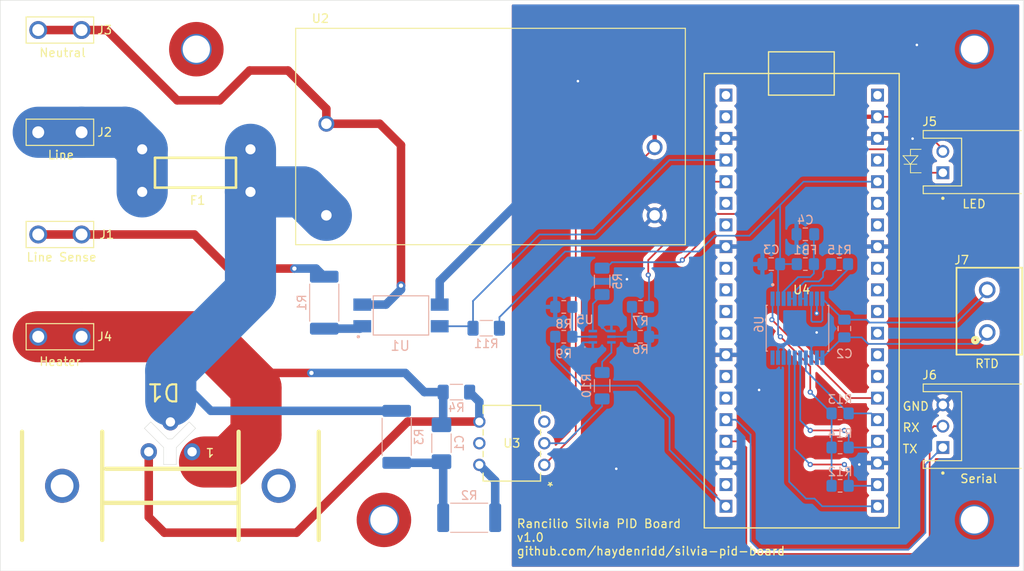
<source format=kicad_pcb>
(kicad_pcb (version 20240108) (generator "pcbnew") (generator_version "8.0")
  (layers (0 "F.Cu" signal) (31 "B.Cu" signal) (34 "B.Paste" user) (35 "F.Paste" user) (36 "B.SilkS" user "B.Silkscreen") (37 "F.SilkS" user "F.Silkscreen") (38 "B.Mask" user) (39 "F.Mask" user) (44 "Edge.Cuts" user))
  (net 0 "")
  (net 1 "Net-(C1-Pad1)")
  (net 2 "NEUTRAL")
  (net 3 "LINE")
  (net 4 "GND")
  (net 5 "+5V")
  (net 6 "LINE_ZEROCROSS_SENSE")
  (net 7 "+3.3V")
  (net 8 "Net-(FB1-P$1)")
  (net 9 "HEATER_CTRL")
  (net 10 "HEATER_CTRL_OUT")
  (net 11 "LED_CTRL")
  (net 12 "SCLK")
  (net 13 "CS")
  (net 14 "SDI")
  (net 21 "Net-(R6-Pad2)")
  (net 26 "DBG_TX")
  (net 27 "SDO")
  (net 28 "DBG_RX")
  (net 31 "DRDY")
  (net 41 "Net-(J1-Pad1)")
  (net 42 "Net-(R1-Pad2)")
  (net 43 "Net-(R2-Pad1)")
  (net 46 "Net-(D1-A1)")
  (net 47 "Net-(U6-FORCE-)")
  (net 48 "Net-(U6-FORCE+)")
  (net 49 "Net-(D1-G)")
  (net 50 "Net-(R5-Pad1)")
  (net 51 "Net-(R8-Pad1)")
  (net 52 "Net-(R10-Pad1)")
  (net 53 "Net-(U6-BIAS)")
  (net 54 "Net-(U6-ISENSOR)")
  (net 56 "Net-(J5-Pad1)")
  (net 57 "Net-(F1-Pad1)")
  (footprint "footprints:CONN_63824-1" (layer "F.Cu") (at 7 3.5)
    (property "Reference" "J3")
    (property "Value" "NEUTRAL_IN")
  )
  (footprint "footprints:CONN_63824-1" (layer "F.Cu") (at 7 27.5)
    (property "Reference" "J1")
    (property "Value" "LINE_SENSE_IN")
  )
  (footprint "MountingHole:MountingHole_3.2mm_M3_Pad_TopOnly" (layer "F.Cu") (at 45 61)
    (property "Reference" "H4" (hide yes))
    (property "Value" "MountingHole")
  )
  (footprint "MountingHole:MountingHole_3.2mm_M3_Pad_TopOnly" (layer "F.Cu") (at 23 5.75)
    (property "Reference" "H3" (hide yes))
    (property "Value" "MountingHole")
  )
  (footprint "footprints:691137710002" (layer "F.Cu") (at 115.75 36.5 90)
    (property "Reference" "J7")
    (property "Value" "691137710002" (hide yes))
  )
  (footprint "MountingHole:MountingHole_3.2mm_M3_Pad_TopOnly" (layer "F.Cu") (at 114.25 5.75)
    (property "Reference" "H1" (hide yes))
    (property "Value" "MountingHole")
  )
  (footprint "footprints:RASPBERRY_PI_PICO" (layer "F.Cu") (at 94 34)
    (property "Reference" "U4")
    (property "Value" "RASPBERRY_PI_PICO")
  )
  (footprint "footprints:CONV_IRM-05-5" (layer "F.Cu") (at 57.5 16)
    (property "Reference" "U2")
    (property "Value" "IRM-05-5")
  )
  (footprint "footprints:JST_S2B-XH-A" (layer "F.Cu") (at 116.25 19 90)
    (property "Reference" "J5")
    (property "Value" "S2B-XH-A")
  )
  (footprint "footprints:JST_S3B-XH-A" (layer "F.Cu") (at 116.25 50 90)
    (property "Reference" "J6")
    (property "Value" "S3B-XH-A")
  )
  (footprint "footprints:CONN_63824-1" (layer "F.Cu") (at 7 39.5)
    (property "Reference" "J4")
    (property "Value" "HEATER_OUT")
  )
  (footprint "to220_with_heatsink:to220_with_heatsink" (layer "F.Cu") (at 32.66 57 180)
    (property "Reference" "D1")
    (property "Value" "BTA416X-800BTQ")
    (fp_line (start 15.75 6.75) (end 15 7.5) (stroke (width 0.05)) (layer "Edge.Cuts"))
    (fp_line (start 15 7.5) (end 13 5.5) (stroke (width 0.05)) (layer "Edge.Cuts"))
    (fp_line (start 13.5 4.5) (end 15.75 6.75) (stroke (width 0.05)) (layer "Edge.Cuts"))
    (fp_line (start 13.5 2.5) (end 13.5 4.5) (stroke (width 0.05)) (layer "Edge.Cuts"))
    (fp_line (start 13 5.5) (end 12.5 5.5) (stroke (width 0.05)) (layer "Edge.Cuts"))
    (fp_line (start 12.5 5.5) (end 10.5 7.5) (stroke (width 0.05)) (layer "Edge.Cuts"))
    (fp_line (start 12 2.5) (end 13.5 2.5) (stroke (width 0.05)) (layer "Edge.Cuts"))
    (fp_line (start 12 2.5) (end 12 4.5) (stroke (width 0.05)) (layer "Edge.Cuts"))
    (fp_line (start 10.5 7.5) (end 9.75 6.75) (stroke (width 0.05)) (layer "Edge.Cuts"))
    (fp_line (start 9.75 6.75) (end 12 4.5) (stroke (width 0.05)) (layer "Edge.Cuts"))
  )
  (footprint "footprints:fuse_holder" (layer "F.Cu") (at 16.65 17.5)
    (property "Reference" "F1")
    (property "Value" "~")
  )
  (footprint "MountingHole:MountingHole_3.2mm_M3_Pad_TopOnly" (layer "F.Cu") (at 114.25 61)
    (property "Reference" "H2" (hide yes))
    (property "Value" "MountingHole")
  )
  (footprint "footprints:PDIP6_8P89X6P6_ONS" (layer "F.Cu") (at 63.81 54.54 180)
    (property "Reference" "U3")
    (property "Value" "MOC3062M")
  )
  (footprint "footprints:CONN_63824-1" (layer "F.Cu") (at 7 15.5)
    (property "Reference" "J2")
    (property "Value" "LINE_IN")
  )
  (footprint "Resistor_SMD:R_1206_3216Metric_Pad1.30x1.75mm_HandSolder" (layer "B.Cu") (at 53.5 46)
    (property "Reference" "R4")
    (property "Value" "390R 1/4W")
  )
  (footprint "Resistor_SMD:R_2512_6332Metric_Pad1.40x3.35mm_HandSolder" (layer "B.Cu") (at 55 60.75 180)
    (property "Reference" "R2")
    (property "Value" "150R 1W")
  )
  (footprint "Resistor_SMD:R_2512_6332Metric_Pad1.40x3.35mm_HandSolder" (layer "B.Cu") (at 38 35.5 -90)
    (property "Reference" "R1")
    (property "Value" "82KR 1W")
  )
  (footprint "Resistor_SMD:R_0805_2012Metric_Pad1.20x1.40mm_HandSolder" (layer "B.Cu") (at 66.09 39.5 180)
    (property "Reference" "R9")
    (property "Value" "10KR")
  )
  (footprint "Capacitor_SMD:C_0805_2012Metric_Pad1.18x1.45mm_HandSolder" (layer "B.Cu") (at 90.425 30.975 180)
    (property "Reference" "C3")
    (property "Value" "0.1uF")
  )
  (footprint "Resistor_SMD:R_1206_3216Metric_Pad1.30x1.75mm_HandSolder" (layer "B.Cu") (at 57 38.5)
    (property "Reference" "R11")
    (property "Value" "6.2KR 1/4W")
  )
  (footprint "Resistor_SMD:R_0805_2012Metric_Pad1.20x1.40mm_HandSolder" (layer "B.Cu") (at 98.5 52.5 180)
    (property "Reference" "R14")
    (property "Value" "10KR")
  )
  (footprint "Resistor_SMD:R_1206_3216Metric_Pad1.30x1.75mm_HandSolder" (layer "B.Cu") (at 70.59 45.25 -90)
    (property "Reference" "R10")
    (property "Value" "270R 1/4W")
  )
  (footprint "Resistor_SMD:R_0805_2012Metric_Pad1.20x1.40mm_HandSolder" (layer "B.Cu") (at 75.09 39.5 180)
    (property "Reference" "R6")
    (property "Value" "100KR")
  )
  (footprint "Resistor_SMD:R_0805_2012Metric_Pad1.20x1.40mm_HandSolder" (layer "B.Cu") (at 98.5 48.5 180)
    (property "Reference" "R13")
    (property "Value" "10KR")
  )
  (footprint "footprints:SOP65P777X199-20N" (layer "B.Cu") (at 93.5 38.5 -90)
    (property "Reference" "U6")
    (property "Value" "MAX31865AAP_")
  )
  (footprint "Capacitor_SMD:C_0805_2012Metric_Pad1.18x1.45mm_HandSolder" (layer "B.Cu") (at 99 38.5375 -90)
    (property "Reference" "C2")
    (property "Value" "0.1uF")
  )
  (footprint "Resistor_SMD:R_0805_2012Metric_Pad1.20x1.40mm_HandSolder" (layer "B.Cu") (at 98.5 57 180)
    (property "Reference" "R12")
    (property "Value" "10KR")
  )
  (footprint "Resistor_SMD:R_0805_2012Metric_Pad1.20x1.40mm_HandSolder" (layer "B.Cu") (at 75.09 36)
    (property "Reference" "R7")
    (property "Value" "10KR")
  )
  (footprint "Resistor_SMD:R_2512_6332Metric_Pad1.40x3.35mm_HandSolder" (layer "B.Cu") (at 46.5 51.25 90)
    (property "Reference" "R3")
    (property "Value" "51R 1W")
  )
  (footprint "Resistor_SMD:R_0805_2012Metric_Pad1.20x1.40mm_HandSolder" (layer "B.Cu") (at 94.425 30.975 180)
    (property "Reference" "FB1")
    (property "Value" "FERRITE-0805NO")
  )
  (footprint "footprints:SOT236" (layer "B.Cu") (at 70.59 39.5 90)
    (property "Reference" "U5")
    (property "Value" "MBT3904DW1T1G")
  )
  (footprint "Resistor_SMD:R_0805_2012Metric_Pad1.20x1.40mm_HandSolder" (layer "B.Cu") (at 98.425 30.975 180)
    (property "Reference" "R15")
    (property "Value" "430Ω  0.1%")
  )
  (footprint "Capacitor_SMD:C_0805_2012Metric_Pad1.18x1.45mm_HandSolder" (layer "B.Cu") (at 94.425 27.475 180)
    (property "Reference" "C4")
    (property "Value" "0.1uF")
  )
  (footprint "footprints:SOIC254P1016X385-4N" (layer "B.Cu") (at 47 37)
    (property "Reference" "U1")
    (property "Value" "FOD814S")
  )
  (footprint "Resistor_SMD:R_1206_3216Metric_Pad1.30x1.75mm_HandSolder" (layer "B.Cu") (at 70.59 33 90)
    (property "Reference" "R5")
    (property "Value" "270R 1/4W")
  )
  (footprint "Capacitor_SMD:C_1808_4520Metric_Pad1.72x2.30mm_HandSolder" (layer "B.Cu") (at 51.75 52 90)
    (property "Reference" "C1")
    (property "Value" "22nF 250VAC")
  )
  (footprint "Resistor_SMD:R_0805_2012Metric_Pad1.20x1.40mm_HandSolder" (layer "B.Cu") (at 66.09 36 180)
    (property "Reference" "R8")
    (property "Value" "100KR")
  )
  (gr_line (start 106.75 17.5) (end 108 17.5) (stroke (width 0.1)) (layer "F.SilkS"))
  (gr_line (start 105.875 18.25) (end 106.75 19.25) (stroke (width 0.1)) (layer "F.SilkS"))
  (gr_line (start 106.75 18.25) (end 106.75 17.5) (stroke (width 0.1)) (layer "F.SilkS"))
  (gr_line (start 106.75 20.25) (end 108 20.25) (stroke (width 0.1)) (layer "F.SilkS"))
  (gr_line (start 106 19.25) (end 107.5 19.25) (stroke (width 0.1)) (layer "F.SilkS"))
  (gr_line (start 105.875 18.25) (end 107.625 18.25) (stroke (width 0.1)) (layer "F.SilkS"))
  (gr_line (start 106.75 19.25) (end 106.75 20.25) (stroke (width 0.1)) (layer "F.SilkS"))
  (gr_line (start 106.75 19.25) (end 107.625 18.25) (stroke (width 0.1)) (layer "F.SilkS"))
  (gr_rect (start 0 0) (end 120 67) (stroke (width 0.05)) (fill none) (layer "Edge.Cuts"))
  (gr_text "Line" (at 5.5 18.75 0) (layer "F.SilkS") (effects (font (size 1 1)) (justify left bottom)))
  (gr_text "LED" (at 112.75 24.5 0) (layer "F.SilkS") (effects (font (size 1 1)) (justify left bottom)))
  (gr_text "GND" (at 105.75 48.25 0) (layer "F.SilkS") (effects (font (size 1 1)) (justify left bottom)))
  (gr_text "Line Sense" (at 3 30.75 0) (layer "F.SilkS") (effects (font (size 1 1)) (justify left bottom)))
  (gr_text "Rancilio Silvia PID Board\nv1.0\ngithub.com/haydenridd/silvia-pid-board" (at 60.5 65.25 0) (layer "F.SilkS") (effects (font (size 1 1)) (justify left bottom)))
  (gr_text "RX" (at 105.75 50.75 0) (layer "F.SilkS") (effects (font (size 1 1)) (justify left bottom)))
  (gr_text "Serial" (at 112.5 56.75 0) (layer "F.SilkS") (effects (font (size 1 1)) (justify left bottom)))
  (gr_text "TX" (at 105.75 53.25 0) (layer "F.SilkS") (effects (font (size 1 1)) (justify left bottom)))
  (gr_text "RTD" (at 114.25 43.25 0) (layer "F.SilkS") (effects (font (size 1 1)) (justify left bottom)))
  (gr_text "Neutral" (at 4.5 6.75 0) (layer "F.SilkS") (effects (font (size 1 1)) (justify left bottom)))
  (gr_text "Heater" (at 4.5 43 0) (layer "F.SilkS") (effects (font (size 1 1)) (justify left bottom)))
  (segment (start 46.5 54.3) (end 51.5875 54.3) (width 1) (layer "B.Cu") (net 1))
  (segment (start 51.95 54.3375) (end 51.75 54.1375) (width 1) (layer "B.Cu") (net 1))
  (segment (start 46.5875 54.1375) (end 46.5 54.225) (width 1) (layer "B.Cu") (net 1))
  (segment (start 51.95 60.75) (end 51.95 54.3375) (width 1) (layer "B.Cu") (net 1))
  (segment (start 51.6625 54.225) (end 51.75 54.1375) (width 0.5) (layer "B.Cu") (net 1))
  (segment (start 51.5875 54.3) (end 51.75 54.1375) (width 1) (layer "B.Cu") (net 1))
  (segment (start 51.775 54.1625) (end 51.75 54.1375) (width 0.5) (layer "B.Cu") (net 1))
  (segment (start 29.25 8.25) (end 33.75 8.25) (width 1) (layer "F.Cu") (net 2))
  (segment (start 47 33.5) (end 47 17) (width 1) (layer "F.Cu") (net 2))
  (segment (start 12.5 3.5) (end 20.75 11.75) (width 1) (layer "F.Cu") (net 2))
  (segment (start 38.25 12.75) (end 38.25 14.5) (width 1) (layer "F.Cu") (net 2))
  (segment (start 20.75 11.75) (end 25.75 11.75) (width 1) (layer "F.Cu") (net 2))
  (segment (start 4.46 3.5) (end 9.54 3.5) (width 1) (layer "F.Cu") (net 2))
  (segment (start 33.75 8.25) (end 38.25 12.75) (width 1) (layer "F.Cu") (net 2))
  (segment (start 44.5 14.5) (end 38.25 14.5) (width 1) (layer "F.Cu") (net 2))
  (segment (start 47 17) (end 44.5 14.5) (width 1) (layer "F.Cu") (net 2))
  (segment (start 25.75 11.75) (end 29.25 8.25) (width 1) (layer "F.Cu") (net 2))
  (segment (start 9.54 3.5) (end 12.5 3.5) (width 1) (layer "F.Cu") (net 2))
  (via (at 47 33.5) (size 1) (drill 0.5) (layers "F.Cu" "B.Cu") (net 2))
  (segment (start 45.23 35.73) (end 42.46 35.73) (width 1) (layer "B.Cu") (net 2))
  (segment (start 47 33.5) (end 47 33.96) (width 1) (layer "B.Cu") (net 2))
  (segment (start 47 33.96) (end 45.23 35.73) (width 1) (layer "B.Cu") (net 2))
  (segment (start 35.5 22.5) (end 38.25 25.25) (width 6) (layer "B.Cu") (net 3))
  (segment (start 19.96 49.5) (end 20.96 48.5) (width 1) (layer "B.Cu") (net 3))
  (segment (start 20 43.5) (end 20 46.993096) (width 6) (layer "B.Cu") (net 3))
  (segment (start 29.35 17.5) (end 29.35 22.5) (width 6) (layer "B.Cu") (net 3))
  (segment (start 46.5 48.2) (end 24.7 48.2) (width 1) (layer "B.Cu") (net 3))
  (segment (start 29.35 34.15) (end 20 43.5) (width 6) (layer "B.Cu") (net 3))
  (segment (start 29.35 22.5) (end 29.35 34.15) (width 6) (layer "B.Cu") (net 3))
  (segment (start 29.35 22.5) (end 35.5 22.5) (width 6) (layer "B.Cu") (net 3))
  (segment (start 24.7 48.2) (end 20 43.5) (width 1) (layer "B.Cu") (net 3))
  (via (at 95.75 36.75) (size 0.6) (drill 0.3) (layers "F.Cu" "B.Cu") (net 4))
  (via (at 67.75 9.5) (size 0.6) (drill 0.3) (layers "F.Cu" "B.Cu") (net 4))
  (via (at 89 45.75) (size 0.6) (drill 0.3) (layers "F.Cu" "B.Cu") (net 4))
  (via (at 107.5 5.25) (size 0.6) (drill 0.3) (layers "F.Cu" "B.Cu") (net 4))
  (via (at 107 16.25) (size 0.6) (drill 0.3) (layers "F.Cu" "B.Cu") (net 4))
  (via (at 95.75 39) (size 0.6) (drill 0.3) (layers "F.Cu" "B.Cu") (net 4))
  (via (at 72.25 55) (size 0.6) (drill 0.3) (layers "F.Cu" "B.Cu") (net 4))
  (via (at 100.75 54.5) (size 0.6) (drill 0.3) (layers "F.Cu" "B.Cu") (net 4))
  (via (at 66.5 41.5) (size 0.6) (drill 0.3) (layers "F.Cu" "B.Cu") (net 4))
  (via (at 73.5 32.75) (size 0.6) (drill 0.3) (layers "F.Cu" "B.Cu") (net 4))
  (segment (start 51.54 32.96) (end 65 19.5) (width 1) (layer "B.Cu") (net 4))
  (segment (start 95.775 35.04) (end 95.775 36.725) (width 0.2) (layer "B.Cu") (net 4))
  (segment (start 95.775 36.725) (end 95.75 36.75) (width 0.2) (layer "B.Cu") (net 4))
  (segment (start 95.125 39.625) (end 95.25 39.5) (width 0.2) (layer "B.Cu") (net 4))
  (segment (start 70.5 38.25) (end 71.09 38.84) (width 0.2) (layer "B.Cu") (net 4))
  (segment (start 91.75 40.75) (end 91.25 40.75) (width 0.2) (layer "B.Cu") (net 4))
  (segment (start 68.34 40.16) (end 68.25 40.25) (width 0.2) (layer "B.Cu") (net 4))
  (segment (start 91.225 40.775) (end 91.25 40.75) (width 0.2) (layer "B.Cu") (net 4))
  (segment (start 95.125 41.96) (end 95.125 39.625) (width 0.2) (layer "B.Cu") (net 4))
  (segment (start 69.5 40.16) (end 68.34 40.16) (width 0.2) (layer "B.Cu") (net 4))
  (segment (start 91.875 40.875) (end 91.75 40.75) (width 0.2) (layer "B.Cu") (net 4))
  (segment (start 91.225 40.775) (end 91.225 41.96) (width 0.2) (layer "B.Cu") (net 4))
  (segment (start 91.875 41.96) (end 91.875 40.875) (width 0.2) (layer "B.Cu") (net 4))
  (segment (start 71.09 38.84) (end 71.68 38.84) (width 0.2) (layer "B.Cu") (net 4))
  (segment (start 51.54 35.73) (end 51.54 32.96) (width 1) (layer "B.Cu") (net 4))
  (segment (start 95.25 39.5) (end 95.75 39) (width 0.2) (layer "B.Cu") (net 4))
  (segment (start 76.75 17.25) (end 76.75 9.5) (width 0.5) (layer "F.Cu") (net 5))
  (segment (start 67.5 50.85) (end 63.81 54.54) (width 0.2) (layer "F.Cu") (net 5))
  (segment (start 99.43 13.68) (end 102.89 13.68) (width 0.5) (layer "F.Cu") (net 5))
  (segment (start 94 8.25) (end 99.43 13.68) (width 0.5) (layer "F.Cu") (net 5))
  (segment (start 67.5 26.5) (end 76.75 17.25) (width 0.2) (layer "F.Cu") (net 5))
  (segment (start 78 8.25) (end 94 8.25) (width 0.5) (layer "F.Cu") (net 5))
  (segment (start 67.5 26.5) (end 67.5 50.85) (width 0.2) (layer "F.Cu") (net 5))
  (segment (start 102.89 13.68) (end 106.73 13.68) (width 0.2) (layer "F.Cu") (net 5))
  (segment (start 76.75 9.5) (end 78 8.25) (width 0.5) (layer "F.Cu") (net 5))
  (segment (start 106.73 13.68) (end 110.8 17.75) (width 0.2) (layer "F.Cu") (net 5))
  (segment (start 69.75 27.5) (end 63.25 27.5) (width 0.2) (layer "B.Cu") (net 6))
  (segment (start 63.25 27.5) (end 55.45 35.3) (width 0.2) (layer "B.Cu") (net 6))
  (segment (start 55.77 38.27) (end 56 38.5) (width 0.2) (layer "B.Cu") (net 6))
  (segment (start 51.54 38.27) (end 55.77 38.27) (width 0.2) (layer "B.Cu") (net 6))
  (segment (start 85.11 18.76) (end 78.49 18.76) (width 0.2) (layer "B.Cu") (net 6))
  (segment (start 55.45 35.3) (end 55.45 38.5) (width 0.2) (layer "B.Cu") (net 6))
  (segment (start 78.49 18.76) (end 69.75 27.5) (width 0.2) (layer "B.Cu") (net 6))
  (segment (start 51.77 38.5) (end 51.54 38.27) (width 0.2) (layer "B.Cu") (net 6))
  (segment (start 95 46) (end 95 43) (width 0.2) (layer "F.Cu") (net 7))
  (segment (start 95 43) (end 91.5 39.5) (width 0.2) (layer "F.Cu") (net 7))
  (via (at 95 46) (size 0.6) (drill 0.3) (layers "F.Cu" "B.Cu") (net 7))
  (via (at 91.5 39.5) (size 0.6) (drill 0.3) (layers "F.Cu" "B.Cu") (net 7))
  (segment (start 91.225 31.2125) (end 91.4625 30.975) (width 0.2) (layer "B.Cu") (net 7))
  (segment (start 91.4625 24.0375) (end 91.4625 30.975) (width 0.2) (layer "B.Cu") (net 7))
  (segment (start 66.25 29.5) (end 58.55 37.2) (width 0.2) (layer "B.Cu") (net 7))
  (segment (start 97.5 48.5) (end 97.5 52.5) (width 0.2) (layer "B.Cu") (net 7))
  (segment (start 87.858814 27.641186) (end 83.796929 27.641186) (width 0.2) (layer "B.Cu") (net 7))
  (segment (start 91.225 39.225) (end 91.225 35.04) (width 0.2) (layer "B.Cu") (net 7))
  (segment (start 58.55 37.2) (end 58.55 38.5) (width 0.2) (layer "B.Cu") (net 7))
  (segment (start 94.2 21.3) (end 91.4625 24.0375) (width 0.2) (layer "B.Cu") (net 7))
  (segment (start 58 37.75) (end 58 38.5) (width 0.2) (layer "B.Cu") (net 7))
  (segment (start 83.796929 27.641186) (end 81.938115 29.5) (width 0.2) (layer "B.Cu") (net 7))
  (segment (start 93.425 30.975) (end 93.65 31.2) (width 0.2) (layer "B.Cu") (net 7))
  (segment (start 91.4625 24.0375) (end 87.858814 27.641186) (width 0.2) (layer "B.Cu") (net 7))
  (segment (start 97.5 48.5) (end 95 46) (width 0.2) (layer "B.Cu") (net 7))
  (segment (start 91.4625 30.975) (end 93.425 30.975) (width 0.2) (layer "B.Cu") (net 7))
  (segment (start 91.225 35.04) (end 91.225 31.2125) (width 0.2) (layer "B.Cu") (net 7))
  (segment (start 91.5 39.5) (end 91.225 39.225) (width 0.2) (layer "B.Cu") (net 7))
  (segment (start 97.5 57) (end 97.5 52.5) (width 0.2) (layer "B.Cu") (net 7))
  (segment (start 102.89 21.3) (end 94.2 21.3) (width 0.2) (layer "B.Cu") (net 7))
  (segment (start 81.938115 29.5) (end 66.25 29.5) (width 0.2) (layer "B.Cu") (net 7))
  (segment (start 91.875 34.190001) (end 93.565001 32.5) (width 0.2) (layer "B.Cu") (net 8))
  (segment (start 91.875 35.04) (end 91.875 34.190001) (width 0.2) (layer "B.Cu") (net 8))
  (segment (start 95.425 27.5125) (end 95.4625 27.475) (width 0.2) (layer "B.Cu") (net 8))
  (segment (start 95 32.5) (end 95.425 32.075) (width 0.2) (layer "B.Cu") (net 8))
  (segment (start 95.425 32.075) (end 95.425 30.975) (width 0.2) (layer "B.Cu") (net 8))
  (segment (start 95.425 30.975) (end 95.425 27.5125) (width 0.2) (layer "B.Cu") (net 8))
  (segment (start 93.565001 32.5) (end 95 32.5) (width 0.2) (layer "B.Cu") (net 8))
  (segment (start 78.5 52.79) (end 78.5 49) (width 0.2) (layer "B.Cu") (net 9))
  (segment (start 78.5 49) (end 74.75 45.25) (width 0.2) (layer "B.Cu") (net 9))
  (segment (start 65.09 42.09) (end 65.09 39.5) (width 0.2) (layer "B.Cu") (net 9))
  (segment (start 68.25 45.25) (end 65.09 42.09) (width 0.2) (layer "B.Cu") (net 9))
  (segment (start 74.75 45.25) (end 68.25 45.25) (width 0.2) (layer "B.Cu") (net 9))
  (segment (start 85.11 59.4) (end 78.5 52.79) (width 0.2) (layer "B.Cu") (net 9))
  (segment (start 66.25 52) (end 63.81 52) (width 0.2) (layer "B.Cu") (net 10))
  (segment (start 70.59 47.66) (end 66.25 52) (width 0.2) (layer "B.Cu") (net 10))
  (segment (start 70.59 46.8) (end 70.59 47.66) (width 0.2) (layer "B.Cu") (net 10))
  (segment (start 85.11 21.3) (end 83.7 21.3) (width 0.2) (layer "F.Cu") (net 11))
  (segment (start 76 31.25) (end 76 32.25) (width 0.2) (layer "F.Cu") (net 11))
  (segment (start 80.5 24.5) (end 80.5 26) (width 0.2) (layer "F.Cu") (net 11))
  (segment (start 83.7 21.3) (end 80.5 24.5) (width 0.2) (layer "F.Cu") (net 11))
  (segment (start 76 30.5) (end 76 31.25) (width 0.2) (layer "F.Cu") (net 11))
  (segment (start 80.5 26) (end 76 30.5) (width 0.2) (layer "F.Cu") (net 11))
  (via (at 76 32.25) (size 0.6) (drill 0.3) (layers "F.Cu" "B.Cu") (net 11))
  (segment (start 76.09 32.34) (end 76.09 36) (width 0.2) (layer "B.Cu") (net 11))
  (segment (start 76 32.25) (end 76.09 32.34) (width 0.2) (layer "B.Cu") (net 11))
  (segment (start 95 50.5) (end 99 50.5) (width 0.2) (layer "F.Cu") (net 12))
  (via (at 99 50.5) (size 0.6) (drill 0.3) (layers "F.Cu" "B.Cu") (net 12))
  (via (at 95 50.5) (size 0.6) (drill 0.3) (layers "F.Cu" "B.Cu") (net 12))
  (segment (start 102.17 52.5) (end 102.89 51.78) (width 0.2) (layer "B.Cu") (net 12))
  (segment (start 99.5 51) (end 99.5 52.5) (width 0.2) (layer "B.Cu") (net 12))
  (segment (start 99.5 52.5) (end 102.17 52.5) (width 0.2) (layer "B.Cu") (net 12))
  (segment (start 93.825 41.96) (end 93.825 49.325) (width 0.2) (layer "B.Cu") (net 12))
  (segment (start 93.825 49.325) (end 95 50.5) (width 0.2) (layer "B.Cu") (net 12))
  (segment (start 99 50.5) (end 99.5 51) (width 0.2) (layer "B.Cu") (net 12))
  (segment (start 95 54.5) (end 99 54.5) (width 0.2) (layer "F.Cu") (net 13))
  (via (at 95 54.5) (size 0.6) (drill 0.3) (layers "F.Cu" "B.Cu") (net 13))
  (via (at 99 54.5) (size 0.6) (drill 0.3) (layers "F.Cu" "B.Cu") (net 13))
  (segment (start 93.175 52.675) (end 95 54.5) (width 0.2) (layer "B.Cu") (net 13))
  (segment (start 99 54.5) (end 99.5 55) (width 0.2) (layer "B.Cu") (net 13))
  (segment (start 99.5 57) (end 102.75 57) (width 0.2) (layer "B.Cu") (net 13))
  (segment (start 102.75 57) (end 102.89 56.86) (width 0.2) (layer "B.Cu") (net 13))
  (segment (start 93.175 41.96) (end 93.175 52.675) (width 0.2) (layer "B.Cu") (net 13))
  (segment (start 99.5 55) (end 99.5 57) (width 0.2) (layer "B.Cu") (net 13))
  (segment (start 99.5 48.5) (end 102.15 48.5) (width 0.2) (layer "B.Cu") (net 14))
  (segment (start 94.475 43.475) (end 99.5 48.5) (width 0.2) (layer "B.Cu") (net 14))
  (segment (start 102.15 48.5) (end 102.89 49.24) (width 0.2) (layer "B.Cu") (net 14))
  (segment (start 94.475 41.96) (end 94.475 43.475) (width 0.2) (layer "B.Cu") (net 14))
  (segment (start 74.09 36) (end 74.09 39.5) (width 0.2) (layer "B.Cu") (net 21))
  (segment (start 71.68 39.5) (end 74.09 39.5) (width 0.2) (layer "B.Cu") (net 21))
  (segment (start 85.11 49.24) (end 86.24 49.24) (width 0.2) (layer "B.Cu") (net 26))
  (segment (start 108.5 54.5) (end 110.5 52.5) (width 0.2) (layer "B.Cu") (net 26))
  (segment (start 88 51) (end 88 63.5) (width 0.2) (layer "B.Cu") (net 26))
  (segment (start 108.5 62.5) (end 108.5 54.5) (width 0.2) (layer "B.Cu") (net 26))
  (segment (start 86.24 49.24) (end 88 51) (width 0.2) (layer "B.Cu") (net 26))
  (segment (start 106.5 64.5) (end 108.5 62.5) (width 0.2) (layer "B.Cu") (net 26))
  (segment (start 110.5 52.5) (end 110.8 52.5) (width 0.2) (layer "B.Cu") (net 26))
  (segment (start 88 63.5) (end 89 64.5) (width 0.2) (layer "B.Cu") (net 26))
  (segment (start 89 64.5) (end 106.5 64.5) (width 0.2) (layer "B.Cu") (net 26))
  (segment (start 92.525 41.96) (end 92.525 56.525) (width 0.2) (layer "B.Cu") (net 27))
  (segment (start 92.525 56.525) (end 94.5 58.5) (width 0.2) (layer "B.Cu") (net 27))
  (segment (start 95.5 58.5) (end 96.4 59.4) (width 0.2) (layer "B.Cu") (net 27))
  (segment (start 92.525 41.96) (end 92.525 41.025) (width 0.2) (layer "B.Cu") (net 27))
  (segment (start 96.4 59.4) (end 102.89 59.4) (width 0.2) (layer "B.Cu") (net 27))
  (segment (start 94.5 58.5) (end 95.5 58.5) (width 0.2) (layer "B.Cu") (net 27))
  (segment (start 109 50.5) (end 109.5 50) (width 0.2) (layer "F.Cu") (net 28))
  (segment (start 88.5 65) (end 107 65) (width 0.2) (layer "F.Cu") (net 28))
  (segment (start 85.11 51.78) (end 86.78 51.78) (width 0.2) (layer "F.Cu") (net 28))
  (segment (start 86.78 51.78) (end 87.5 52.5) (width 0.2) (layer "F.Cu") (net 28))
  (segment (start 109.5 50) (end 110.8 50) (width 0.2) (layer "F.Cu") (net 28))
  (segment (start 87.5 52.5) (end 87.5 64) (width 0.2) (layer "F.Cu") (net 28))
  (segment (start 109 63) (end 109 50.5) (width 0.2) (layer "F.Cu") (net 28))
  (segment (start 87.5 64) (end 88.5 65) (width 0.2) (layer "F.Cu") (net 28))
  (segment (start 107 65) (end 109 63) (width 0.2) (layer "F.Cu") (net 28))
  (segment (start 99.7 46.7) (end 90.5 37.5) (width 0.2) (layer "F.Cu") (net 31))
  (segment (start 102.89 46.7) (end 99.7 46.7) (width 0.2) (layer "F.Cu") (net 31))
  (via (at 90.5 37.5) (size 0.6) (drill 0.3) (layers "F.Cu" "B.Cu") (net 31))
  (segment (start 90.575 37.425) (end 90.575 35.04) (width 0.2) (layer "B.Cu") (net 31))
  (segment (start 90.5 37.5) (end 90.575 37.425) (width 0.2) (layer "B.Cu") (net 31))
  (segment (start 26.775 31.5) (end 22.775 27.5) (width 1) (layer "F.Cu") (net 41))
  (segment (start 22.775 27.5) (end 9.54 27.5) (width 1) (layer "F.Cu") (net 41))
  (segment (start 34.5 31.5) (end 26.775 31.5) (width 1) (layer "F.Cu") (net 41))
  (segment (start 4.46 27.5) (end 9.54 27.5) (width 1) (layer "F.Cu") (net 41))
  (via (at 34.5 31.5) (size 1) (drill 0.5) (layers "F.Cu" "B.Cu") (net 41))
  (segment (start 37.05 31.5) (end 38 32.45) (width 1) (layer "B.Cu") (net 41))
  (segment (start 34.5 31.5) (end 37.05 31.5) (width 1) (layer "B.Cu") (net 41))
  (segment (start 42.255 38.475) (end 42.46 38.27) (width 0.5) (layer "B.Cu") (net 42))
  (segment (start 42.18 38.55) (end 42.46 38.27) (width 1) (layer "B.Cu") (net 42))
  (segment (start 38 38.55) (end 42.18 38.55) (width 1) (layer "B.Cu") (net 42))
  (segment (start 56.225 54.575) (end 56.19 54.54) (width 1) (layer "F.Cu") (net 43))
  (segment (start 58.05 60.75) (end 58.05 56.4) (width 1) (layer "B.Cu") (net 43))
  (segment (start 58.05 56.4) (end 56.19 54.54) (width 1) (layer "B.Cu") (net 43))
  (segment (start 24 39.5) (end 30 45.5) (width 6) (layer "F.Cu") (net 46))
  (segment (start 4.46 39.5) (end 9.54 39.5) (width 6) (layer "F.Cu") (net 46))
  (segment (start 30 51) (end 26.797003 54.202997) (width 6) (layer "F.Cu") (net 46))
  (segment (start 30 45.5) (end 30 51) (width 6) (layer "F.Cu") (net 46))
  (segment (start 36.5 43.75) (end 31.75 43.75) (width 1) (layer "F.Cu") (net 46))
  (segment (start 26.797003 54.202997) (end 23.96 54.202997) (width 6) (layer "F.Cu") (net 46))
  (segment (start 9.54 39.5) (end 24 39.5) (width 6) (layer "F.Cu") (net 46))
  (via (at 36.5 43.75) (size 1) (drill 0.5) (layers "F.Cu" "B.Cu") (net 46))
  (segment (start 51.95 46) (end 51.95 49.6625) (width 1) (layer "B.Cu") (net 46))
  (segment (start 51.95 49.6625) (end 51.75 49.8625) (width 1) (layer "B.Cu") (net 46))
  (segment (start 49.75 46) (end 47.5 43.75) (width 1) (layer "B.Cu") (net 46))
  (segment (start 51.95 46) (end 49.75 46) (width 1) (layer "B.Cu") (net 46))
  (segment (start 47.5 43.75) (end 36.5 43.75) (width 1) (layer "B.Cu") (net 46))
  (segment (start 114.657002 40.342998) (end 116 39) (width 0.2) (layer "B.Cu") (net 47))
  (segment (start 99 39.575) (end 98.81 39.575) (width 0.2) (layer "B.Cu") (net 47))
  (segment (start 96.425 41.96) (end 95.775 41.96) (width 0.2) (layer "B.Cu") (net 47))
  (segment (start 101.792353 40.342998) (end 114.657002 40.342998) (width 0.2) (layer "B.Cu") (net 47))
  (segment (start 101.024355 39.575) (end 101.792353 40.342998) (width 0.2) (layer "B.Cu") (net 47))
  (segment (start 99 39.575) (end 101.024355 39.575) (width 0.2) (layer "B.Cu") (net 47))
  (segment (start 98.81 39.575) (end 96.425 41.96) (width 0.2) (layer "B.Cu") (net 47))
  (segment (start 99 37.5) (end 98.885 37.5) (width 0.2) (layer "B.Cu") (net 48))
  (segment (start 95.25 37.75) (end 96.25 37.75) (width 0.2) (layer "B.Cu") (net 48))
  (segment (start 101.939225 37.835908) (end 112.164092 37.835908) (width 0.2) (layer "B.Cu") (net 48))
  (segment (start 99 37.5) (end 101.603317 37.5) (width 0.2) (layer "B.Cu") (net 48))
  (segment (start 101.603317 37.5) (end 101.939225 37.835908) (width 0.2) (layer "B.Cu") (net 48))
  (segment (start 96.425 37.575) (end 96.425 35.04) (width 0.2) (layer "B.Cu") (net 48))
  (segment (start 112.164092 37.835908) (end 116 34) (width 0.2) (layer "B.Cu") (net 48))
  (segment (start 95.125 37.625) (end 95.25 37.75) (width 0.2) (layer "B.Cu") (net 48))
  (segment (start 95.125 35.04) (end 95.125 37.625) (width 0.2) (layer "B.Cu") (net 48))
  (segment (start 98.885 37.5) (end 96.425 35.04) (width 0.2) (layer "B.Cu") (net 48))
  (segment (start 96.25 37.75) (end 96.425 37.575) (width 0.2) (layer "B.Cu") (net 48))
  (segment (start 19.25 62.5) (end 34.75 62.5) (width 1) (layer "F.Cu") (net 49))
  (segment (start 34.75 62.5) (end 47.79 49.46) (width 1) (layer "F.Cu") (net 49))
  (segment (start 17.42 60.67) (end 19.25 62.5) (width 1) (layer "F.Cu") (net 49))
  (segment (start 17.42 53) (end 17.42 60.67) (width 1) (layer "F.Cu") (net 49))
  (segment (start 47.79 49.46) (end 56.19 49.46) (width 1) (layer "F.Cu") (net 49))
  (segment (start 56.19 49.46) (end 56.19 47.14) (width 1) (layer "B.Cu") (net 49))
  (segment (start 56.19 47.14) (end 55.05 46) (width 1) (layer "B.Cu") (net 49))
  (segment (start 69.5 35.64) (end 70.59 34.55) (width 0.2) (layer "B.Cu") (net 50))
  (segment (start 69.5 38.84) (end 69.5 35.64) (width 0.2) (layer "B.Cu") (net 50))
  (segment (start 67.09 39.5) (end 69.5 39.5) (width 0.2) (layer "B.Cu") (net 51))
  (segment (start 67.09 39.5) (end 67.09 36) (width 0.2) (layer "B.Cu") (net 51))
  (segment (start 71.68 40.16) (end 71.68 41.36) (width 0.2) (layer "B.Cu") (net 52))
  (segment (start 70.59 42.45) (end 70.59 43.7) (width 0.2) (layer "B.Cu") (net 52))
  (segment (start 71.68 41.36) (end 70.59 42.45) (width 0.2) (layer "B.Cu") (net 52))
  (segment (start 96 33) (end 96.5 32.5) (width 0.2) (layer "B.Cu") (net 53))
  (segment (start 96.5 32.5) (end 96.5 31.9) (width 0.2) (layer "B.Cu") (net 53))
  (segment (start 96.5 31.9) (end 97.425 30.975) (width 0.2) (layer "B.Cu") (net 53))
  (segment (start 93.175 35.04) (end 93.175 34.190001) (width 0.2) (layer "B.Cu") (net 53))
  (segment (start 94.365001 33) (end 96 33) (width 0.2) (layer "B.Cu") (net 53))
  (segment (start 93.175 34.190001) (end 94.365001 33) (width 0.2) (layer "B.Cu") (net 53))
  (segment (start 92.525 35.04) (end 93.175 35.04) (width 0.2) (layer "B.Cu") (net 53))
  (segment (start 94.475 34.190001) (end 95.165001 33.5) (width 0.2) (layer "B.Cu") (net 54))
  (segment (start 93.825 35.04) (end 94.475 35.04) (width 0.2) (layer "B.Cu") (net 54))
  (segment (start 99.425 31.575) (end 99.425 30.975) (width 0.2) (layer "B.Cu") (net 54))
  (segment (start 97.5 33.5) (end 99.425 31.575) (width 0.2) (layer "B.Cu") (net 54))
  (segment (start 94.475 35.04) (end 94.475 34.190001) (width 0.2) (layer "B.Cu") (net 54))
  (segment (start 95.165001 33.5) (end 97.5 33.5) (width 0.2) (layer "B.Cu") (net 54))
  (segment (start 82 28.5) (end 82 26.788177) (width 0.2) (layer "F.Cu") (net 56))
  (segment (start 82 26.788177) (end 83.700662 25.087515) (width 0.2) (layer "F.Cu") (net 56))
  (segment (start 105.5 17.5) (end 108.25 20.25) (width 0.2) (layer "F.Cu") (net 56))
  (segment (start 108.25 20.25) (end 110.8 20.25) (width 0.2) (layer "F.Cu") (net 56))
  (segment (start 83.700662 25.087515) (end 86.369888 25.087515) (width 0.2) (layer "F.Cu") (net 56))
  (segment (start 80 30.5) (end 82 28.5) (width 0.2) (layer "F.Cu") (net 56))
  (segment (start 93.957403 17.5) (end 105.5 17.5) (width 0.2) (layer "F.Cu") (net 56))
  (segment (start 86.369888 25.087515) (end 93.957403 17.5) (width 0.2) (layer "F.Cu") (net 56))
  (via (at 80 30.5) (size 0.6) (drill 0.3) (layers "F.Cu" "B.Cu") (net 56))
  (segment (start 70.59 31.45) (end 71.05 31.45) (width 0.2) (layer "B.Cu") (net 56))
  (segment (start 71.75 30.75) (end 79.75 30.75) (width 0.2) (layer "B.Cu") (net 56))
  (segment (start 79.75 30.75) (end 80 30.5) (width 0.2) (layer "B.Cu") (net 56))
  (segment (start 71.05 31.45) (end 71.75 30.75) (width 0.2) (layer "B.Cu") (net 56))
  (segment (start 14.65 15.5) (end 16.65 17.5) (width 6) (layer "B.Cu") (net 57))
  (segment (start 4.46 15.5) (end 9.54 15.5) (width 6) (layer "B.Cu") (net 57))
  (segment (start 16.65 17.5) (end 16.65 22.5) (width 6) (layer "B.Cu") (net 57))
  (segment (start 9.54 15.5) (end 14.65 15.5) (width 6) (layer "B.Cu") (net 57))
  (zone (net 4) (net_name "GND") (layers "F.Cu" "B.Cu") (connect_pads (clearance 0.5)) (min_thickness 0.25) (fill yes (thermal_gap 0.5) (thermal_bridge_width 0.5))
    (polygon (pts (xy 60 67) (xy 60 0) (xy 120 0) (xy 120 67)))
  )
)
</source>
